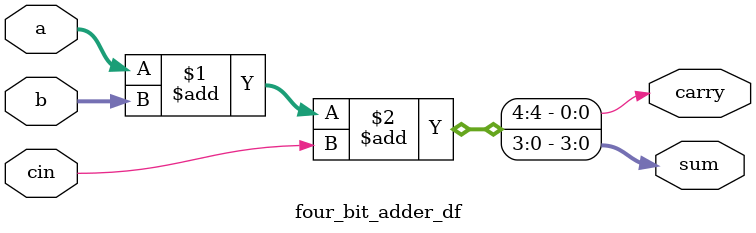
<source format=v>
module four_bit_adder_df(sum, carry, a, b, cin);
    input [3:0]a, b;
    input cin;
    output [3:0]sum;
    output carry;

    assign {carry, sum} = a + b + cin;

endmodule

</source>
